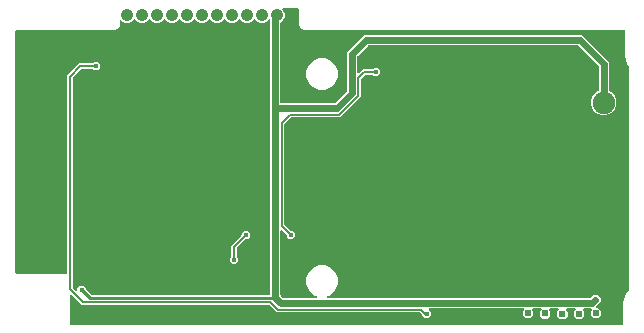
<source format=gbr>
G04 EAGLE Gerber RS-274X export*
G75*
%MOMM*%
%FSLAX34Y34*%
%LPD*%
%INBottom Copper*%
%IPPOS*%
%AMOC8*
5,1,8,0,0,1.08239X$1,22.5*%
G01*
%ADD10C,1.905000*%
%ADD11C,1.050000*%
%ADD12C,0.453200*%
%ADD13C,0.603200*%
%ADD14C,0.609600*%
%ADD15C,0.254000*%
%ADD16C,0.503200*%
%ADD17C,0.203200*%
%ADD18C,0.200000*%

G36*
X521714Y12610D02*
X521714Y12610D01*
X521778Y12609D01*
X521853Y12630D01*
X521929Y12641D01*
X521988Y12667D01*
X522050Y12684D01*
X522116Y12725D01*
X522186Y12757D01*
X522235Y12799D01*
X522290Y12832D01*
X522342Y12890D01*
X522400Y12940D01*
X522436Y12994D01*
X522479Y13042D01*
X522512Y13111D01*
X522555Y13176D01*
X522574Y13238D01*
X522602Y13295D01*
X522613Y13365D01*
X522637Y13446D01*
X522638Y13531D01*
X522649Y13600D01*
X522649Y31476D01*
X525106Y39038D01*
X526808Y41380D01*
X526817Y41396D01*
X526829Y41409D01*
X526883Y41520D01*
X526940Y41630D01*
X526944Y41647D01*
X526952Y41663D01*
X526966Y41752D01*
X526997Y41906D01*
X526995Y41939D01*
X526999Y41968D01*
X526999Y231815D01*
X526997Y231833D01*
X526999Y231851D01*
X526977Y231972D01*
X526959Y232094D01*
X526952Y232111D01*
X526949Y232128D01*
X526908Y232208D01*
X526843Y232351D01*
X526822Y232376D01*
X526808Y232402D01*
X526112Y233362D01*
X523899Y240170D01*
X523899Y261400D01*
X523890Y261464D01*
X523891Y261528D01*
X523870Y261603D01*
X523859Y261679D01*
X523833Y261738D01*
X523816Y261800D01*
X523775Y261866D01*
X523743Y261936D01*
X523701Y261985D01*
X523668Y262040D01*
X523610Y262092D01*
X523560Y262150D01*
X523506Y262186D01*
X523458Y262229D01*
X523389Y262262D01*
X523324Y262305D01*
X523262Y262324D01*
X523205Y262352D01*
X523135Y262363D01*
X523054Y262387D01*
X522969Y262388D01*
X522900Y262399D01*
X255098Y262399D01*
X255036Y262391D01*
X254974Y262392D01*
X254897Y262371D01*
X254819Y262359D01*
X254762Y262334D01*
X254731Y262325D01*
X253695Y262397D01*
X253658Y262394D01*
X253626Y262399D01*
X252580Y262399D01*
X252527Y262430D01*
X252456Y262446D01*
X252375Y262477D01*
X252293Y262483D01*
X252226Y262498D01*
X251949Y262517D01*
X249210Y264271D01*
X247649Y267124D01*
X247649Y279500D01*
X247639Y279570D01*
X247641Y279631D01*
X247627Y279734D01*
X247616Y279774D01*
X247613Y279816D01*
X247582Y279896D01*
X247551Y280006D01*
X247520Y280055D01*
X247502Y280103D01*
X247398Y280282D01*
X247332Y280367D01*
X247272Y280455D01*
X247247Y280475D01*
X247224Y280504D01*
X247104Y280591D01*
X247032Y280648D01*
X246853Y280752D01*
X246814Y280767D01*
X246780Y280790D01*
X246697Y280814D01*
X246591Y280857D01*
X246533Y280863D01*
X246484Y280877D01*
X246380Y280891D01*
X246310Y280890D01*
X246250Y280899D01*
X235035Y280899D01*
X235003Y280895D01*
X234971Y280897D01*
X234864Y280875D01*
X234756Y280859D01*
X234726Y280846D01*
X234695Y280840D01*
X234598Y280788D01*
X234499Y280743D01*
X234474Y280722D01*
X234446Y280707D01*
X234367Y280631D01*
X234284Y280560D01*
X234267Y280533D01*
X234244Y280510D01*
X234190Y280416D01*
X234130Y280324D01*
X234120Y280293D01*
X234105Y280265D01*
X234079Y280159D01*
X234048Y280054D01*
X234047Y280022D01*
X234040Y279991D01*
X234045Y279881D01*
X234044Y279772D01*
X234052Y279741D01*
X234054Y279709D01*
X234090Y279606D01*
X234119Y279500D01*
X234136Y279473D01*
X234147Y279442D01*
X234200Y279369D01*
X234267Y279260D01*
X234303Y279228D01*
X234328Y279193D01*
X234828Y278694D01*
X235821Y276297D01*
X235821Y273703D01*
X234828Y271306D01*
X232994Y269472D01*
X232936Y269448D01*
X232927Y269443D01*
X232918Y269441D01*
X232806Y269371D01*
X232693Y269304D01*
X232686Y269297D01*
X232678Y269292D01*
X232590Y269195D01*
X232500Y269099D01*
X232496Y269090D01*
X232489Y269083D01*
X232432Y268965D01*
X232372Y268847D01*
X232370Y268838D01*
X232366Y268829D01*
X232354Y268753D01*
X232320Y268570D01*
X232322Y268546D01*
X232319Y268525D01*
X232319Y201318D01*
X232328Y201254D01*
X232327Y201190D01*
X232348Y201115D01*
X232359Y201039D01*
X232385Y200980D01*
X232402Y200918D01*
X232443Y200852D01*
X232475Y200782D01*
X232517Y200733D01*
X232550Y200678D01*
X232608Y200626D01*
X232658Y200568D01*
X232712Y200532D01*
X232760Y200489D01*
X232829Y200456D01*
X232894Y200413D01*
X232956Y200394D01*
X233013Y200366D01*
X233083Y200355D01*
X233164Y200331D01*
X233249Y200330D01*
X233318Y200319D01*
X277797Y200319D01*
X277892Y200332D01*
X277988Y200337D01*
X278031Y200352D01*
X278076Y200359D01*
X278164Y200398D01*
X278255Y200430D01*
X278289Y200455D01*
X278333Y200475D01*
X278431Y200558D01*
X278504Y200611D01*
X288389Y210496D01*
X288446Y210573D01*
X288511Y210644D01*
X288531Y210685D01*
X288558Y210722D01*
X288592Y210812D01*
X288634Y210898D01*
X288640Y210940D01*
X288657Y210986D01*
X288667Y211113D01*
X288681Y211203D01*
X288681Y243789D01*
X302961Y258069D01*
X488039Y258069D01*
X510819Y235289D01*
X510819Y211357D01*
X510820Y211347D01*
X510819Y211338D01*
X510840Y211208D01*
X510859Y211078D01*
X510862Y211069D01*
X510864Y211060D01*
X510921Y210941D01*
X510975Y210821D01*
X510981Y210814D01*
X510985Y210805D01*
X511073Y210706D01*
X511158Y210606D01*
X511166Y210601D01*
X511172Y210594D01*
X511238Y210554D01*
X511394Y210452D01*
X511417Y210445D01*
X511436Y210434D01*
X512115Y210152D01*
X515152Y207115D01*
X516796Y203147D01*
X516796Y198853D01*
X515152Y194885D01*
X512115Y191848D01*
X508147Y190204D01*
X503853Y190204D01*
X499885Y191848D01*
X496848Y194885D01*
X495204Y198853D01*
X495204Y203147D01*
X496848Y207115D01*
X499885Y210152D01*
X501564Y210848D01*
X501573Y210853D01*
X501582Y210855D01*
X501694Y210925D01*
X501807Y210992D01*
X501814Y210998D01*
X501822Y211003D01*
X501910Y211102D01*
X502000Y211197D01*
X502004Y211206D01*
X502011Y211213D01*
X502068Y211331D01*
X502128Y211449D01*
X502130Y211458D01*
X502134Y211467D01*
X502146Y211542D01*
X502180Y211726D01*
X502178Y211750D01*
X502181Y211771D01*
X502181Y231297D01*
X502168Y231392D01*
X502163Y231488D01*
X502148Y231531D01*
X502141Y231576D01*
X502102Y231664D01*
X502070Y231755D01*
X502045Y231789D01*
X502025Y231833D01*
X501942Y231931D01*
X501889Y232004D01*
X484754Y249139D01*
X484677Y249196D01*
X484606Y249261D01*
X484565Y249281D01*
X484528Y249308D01*
X484438Y249342D01*
X484352Y249384D01*
X484310Y249390D01*
X484264Y249407D01*
X484137Y249417D01*
X484047Y249431D01*
X306953Y249431D01*
X306858Y249418D01*
X306762Y249413D01*
X306719Y249398D01*
X306674Y249391D01*
X306586Y249352D01*
X306495Y249320D01*
X306461Y249295D01*
X306417Y249275D01*
X306319Y249192D01*
X306246Y249139D01*
X297611Y240504D01*
X297554Y240427D01*
X297489Y240356D01*
X297469Y240315D01*
X297442Y240278D01*
X297408Y240188D01*
X297366Y240102D01*
X297360Y240060D01*
X297343Y240014D01*
X297333Y239887D01*
X297319Y239797D01*
X297319Y226624D01*
X297323Y226592D01*
X297321Y226560D01*
X297343Y226453D01*
X297359Y226345D01*
X297372Y226316D01*
X297378Y226284D01*
X297430Y226188D01*
X297475Y226088D01*
X297496Y226064D01*
X297511Y226035D01*
X297587Y225957D01*
X297658Y225874D01*
X297685Y225856D01*
X297708Y225833D01*
X297803Y225779D01*
X297894Y225720D01*
X297925Y225710D01*
X297953Y225694D01*
X298059Y225669D01*
X298164Y225637D01*
X298196Y225637D01*
X298227Y225629D01*
X298337Y225635D01*
X298446Y225633D01*
X298477Y225642D01*
X298509Y225644D01*
X298612Y225679D01*
X298718Y225709D01*
X298745Y225726D01*
X298776Y225736D01*
X298849Y225789D01*
X298958Y225857D01*
X298990Y225893D01*
X299025Y225918D01*
X302377Y229271D01*
X309855Y229271D01*
X309950Y229284D01*
X310046Y229289D01*
X310089Y229304D01*
X310134Y229311D01*
X310222Y229350D01*
X310313Y229382D01*
X310347Y229407D01*
X310391Y229427D01*
X310489Y229510D01*
X310562Y229563D01*
X311535Y230537D01*
X314465Y230537D01*
X316537Y228465D01*
X316537Y225535D01*
X314465Y223463D01*
X311535Y223463D01*
X310562Y224437D01*
X310485Y224494D01*
X310413Y224559D01*
X310373Y224579D01*
X310336Y224606D01*
X310246Y224640D01*
X310160Y224682D01*
X310118Y224688D01*
X310072Y224705D01*
X309945Y224715D01*
X309855Y224729D01*
X304672Y224729D01*
X304578Y224716D01*
X304481Y224711D01*
X304438Y224696D01*
X304393Y224689D01*
X304306Y224650D01*
X304215Y224618D01*
X304180Y224593D01*
X304136Y224573D01*
X304039Y224490D01*
X303966Y224437D01*
X300881Y221352D01*
X300824Y221275D01*
X300759Y221204D01*
X300739Y221163D01*
X300712Y221127D01*
X300678Y221036D01*
X300636Y220950D01*
X300630Y220908D01*
X300613Y220863D01*
X300603Y220735D01*
X300589Y220646D01*
X300589Y205857D01*
X283143Y188411D01*
X241354Y188411D01*
X241260Y188398D01*
X241163Y188393D01*
X241120Y188378D01*
X241075Y188371D01*
X240988Y188332D01*
X240897Y188300D01*
X240862Y188275D01*
X240818Y188255D01*
X240721Y188172D01*
X240648Y188119D01*
X235881Y183352D01*
X235824Y183275D01*
X235759Y183204D01*
X235739Y183163D01*
X235712Y183127D01*
X235678Y183037D01*
X235636Y182950D01*
X235630Y182908D01*
X235613Y182863D01*
X235603Y182735D01*
X235589Y182646D01*
X235589Y98036D01*
X235602Y97942D01*
X235607Y97845D01*
X235622Y97802D01*
X235629Y97757D01*
X235668Y97670D01*
X235700Y97579D01*
X235725Y97544D01*
X235745Y97500D01*
X235828Y97403D01*
X235881Y97330D01*
X240382Y92829D01*
X240459Y92772D01*
X240530Y92707D01*
X240571Y92687D01*
X240607Y92660D01*
X240698Y92626D01*
X240784Y92584D01*
X240826Y92578D01*
X240871Y92561D01*
X240999Y92551D01*
X241088Y92537D01*
X242465Y92537D01*
X244537Y90465D01*
X244537Y87535D01*
X242465Y85463D01*
X239535Y85463D01*
X237463Y87535D01*
X237463Y88912D01*
X237450Y89006D01*
X237445Y89103D01*
X237430Y89146D01*
X237423Y89191D01*
X237384Y89278D01*
X237352Y89369D01*
X237327Y89403D01*
X237307Y89448D01*
X237224Y89545D01*
X237171Y89618D01*
X234025Y92764D01*
X233999Y92784D01*
X233978Y92808D01*
X233886Y92868D01*
X233799Y92933D01*
X233769Y92945D01*
X233742Y92962D01*
X233637Y92994D01*
X233535Y93033D01*
X233503Y93035D01*
X233472Y93045D01*
X233363Y93046D01*
X233254Y93055D01*
X233222Y93048D01*
X233190Y93049D01*
X233085Y93019D01*
X232978Y92997D01*
X232949Y92982D01*
X232918Y92973D01*
X232825Y92916D01*
X232729Y92865D01*
X232706Y92842D01*
X232678Y92825D01*
X232605Y92744D01*
X232527Y92668D01*
X232511Y92640D01*
X232489Y92616D01*
X232442Y92518D01*
X232388Y92423D01*
X232380Y92391D01*
X232366Y92362D01*
X232352Y92273D01*
X232323Y92148D01*
X232325Y92100D01*
X232319Y92058D01*
X232319Y37953D01*
X232332Y37858D01*
X232337Y37762D01*
X232352Y37719D01*
X232359Y37674D01*
X232398Y37586D01*
X232430Y37495D01*
X232455Y37461D01*
X232475Y37417D01*
X232558Y37319D01*
X232611Y37246D01*
X234246Y35611D01*
X234323Y35554D01*
X234394Y35489D01*
X234435Y35469D01*
X234472Y35442D01*
X234562Y35408D01*
X234648Y35366D01*
X234690Y35360D01*
X234736Y35343D01*
X234863Y35333D01*
X234953Y35319D01*
X262410Y35319D01*
X262496Y35331D01*
X262582Y35334D01*
X262635Y35351D01*
X262689Y35359D01*
X262768Y35394D01*
X262850Y35421D01*
X262896Y35452D01*
X262946Y35475D01*
X263012Y35531D01*
X263083Y35580D01*
X263118Y35622D01*
X263160Y35658D01*
X263208Y35731D01*
X263263Y35798D01*
X263284Y35848D01*
X263314Y35894D01*
X263340Y35977D01*
X263374Y36057D01*
X263381Y36111D01*
X263397Y36164D01*
X263398Y36251D01*
X263409Y36337D01*
X263400Y36391D01*
X263401Y36446D01*
X263377Y36530D01*
X263364Y36615D01*
X263340Y36665D01*
X263325Y36718D01*
X263280Y36792D01*
X263243Y36870D01*
X263206Y36911D01*
X263177Y36958D01*
X263113Y37016D01*
X263055Y37081D01*
X263012Y37107D01*
X262968Y37147D01*
X262866Y37196D01*
X262792Y37241D01*
X259881Y38447D01*
X256097Y42231D01*
X254049Y47174D01*
X254049Y52526D01*
X256097Y57469D01*
X259881Y61253D01*
X264824Y63301D01*
X270176Y63301D01*
X275119Y61253D01*
X278903Y57469D01*
X280951Y52526D01*
X280951Y47174D01*
X278903Y42231D01*
X275119Y38447D01*
X272208Y37241D01*
X272133Y37197D01*
X272054Y37161D01*
X272013Y37126D01*
X271965Y37098D01*
X271906Y37034D01*
X271840Y36978D01*
X271810Y36932D01*
X271772Y36892D01*
X271733Y36815D01*
X271686Y36742D01*
X271669Y36689D01*
X271645Y36640D01*
X271628Y36555D01*
X271603Y36472D01*
X271602Y36417D01*
X271592Y36363D01*
X271601Y36277D01*
X271599Y36190D01*
X271614Y36137D01*
X271619Y36083D01*
X271651Y36002D01*
X271675Y35918D01*
X271703Y35871D01*
X271724Y35821D01*
X271777Y35752D01*
X271823Y35678D01*
X271864Y35641D01*
X271897Y35598D01*
X271968Y35548D01*
X272032Y35489D01*
X272081Y35465D01*
X272126Y35433D01*
X272208Y35404D01*
X272286Y35366D01*
X272336Y35358D01*
X272392Y35339D01*
X272505Y35332D01*
X272590Y35319D01*
X493797Y35319D01*
X493892Y35332D01*
X493988Y35337D01*
X494031Y35352D01*
X494076Y35359D01*
X494164Y35398D01*
X494255Y35430D01*
X494289Y35455D01*
X494333Y35475D01*
X494431Y35558D01*
X494504Y35611D01*
X497211Y38319D01*
X500789Y38319D01*
X503319Y35789D01*
X503319Y32211D01*
X500612Y29504D01*
X500611Y29504D01*
X499600Y28493D01*
X499581Y28467D01*
X499556Y28446D01*
X499496Y28354D01*
X499431Y28267D01*
X499420Y28237D01*
X499402Y28210D01*
X499370Y28105D01*
X499331Y28003D01*
X499329Y27971D01*
X499319Y27940D01*
X499318Y27831D01*
X499310Y27722D01*
X499316Y27690D01*
X499316Y27658D01*
X499345Y27553D01*
X499367Y27446D01*
X499382Y27417D01*
X499391Y27386D01*
X499448Y27293D01*
X499500Y27197D01*
X499522Y27174D01*
X499539Y27146D01*
X499620Y27073D01*
X499696Y26995D01*
X499724Y26979D01*
X499748Y26957D01*
X499846Y26910D01*
X499942Y26856D01*
X499973Y26848D01*
X500002Y26834D01*
X500092Y26820D01*
X500216Y26791D01*
X500265Y26793D01*
X500307Y26787D01*
X501376Y26787D01*
X503887Y24276D01*
X503887Y20724D01*
X501376Y18213D01*
X497824Y18213D01*
X495313Y20724D01*
X495313Y24276D01*
X496013Y24975D01*
X496032Y25001D01*
X496057Y25022D01*
X496117Y25114D01*
X496182Y25201D01*
X496194Y25231D01*
X496211Y25258D01*
X496243Y25363D01*
X496282Y25465D01*
X496284Y25497D01*
X496294Y25528D01*
X496295Y25637D01*
X496304Y25746D01*
X496297Y25778D01*
X496298Y25810D01*
X496268Y25915D01*
X496246Y26022D01*
X496231Y26051D01*
X496222Y26082D01*
X496165Y26175D01*
X496114Y26271D01*
X496091Y26294D01*
X496074Y26322D01*
X495993Y26395D01*
X495917Y26473D01*
X495889Y26489D01*
X495865Y26511D01*
X495767Y26558D01*
X495672Y26612D01*
X495640Y26620D01*
X495611Y26634D01*
X495522Y26648D01*
X495397Y26677D01*
X495349Y26675D01*
X495307Y26681D01*
X489393Y26681D01*
X489362Y26677D01*
X489329Y26679D01*
X489222Y26657D01*
X489114Y26641D01*
X489085Y26628D01*
X489053Y26622D01*
X488957Y26570D01*
X488857Y26525D01*
X488833Y26504D01*
X488804Y26489D01*
X488726Y26413D01*
X488643Y26342D01*
X488625Y26315D01*
X488602Y26292D01*
X488549Y26197D01*
X488489Y26106D01*
X488479Y26075D01*
X488463Y26047D01*
X488438Y25941D01*
X488406Y25836D01*
X488406Y25804D01*
X488398Y25773D01*
X488404Y25663D01*
X488402Y25554D01*
X488411Y25523D01*
X488413Y25491D01*
X488448Y25388D01*
X488478Y25282D01*
X488495Y25255D01*
X488505Y25224D01*
X488558Y25151D01*
X488626Y25042D01*
X488662Y25010D01*
X488687Y24975D01*
X489587Y24076D01*
X489587Y20524D01*
X487076Y18013D01*
X483524Y18013D01*
X481013Y20524D01*
X481013Y24076D01*
X481913Y24975D01*
X481932Y25001D01*
X481957Y25022D01*
X482017Y25114D01*
X482082Y25201D01*
X482094Y25231D01*
X482111Y25258D01*
X482143Y25363D01*
X482182Y25465D01*
X482184Y25497D01*
X482194Y25528D01*
X482195Y25637D01*
X482204Y25746D01*
X482197Y25778D01*
X482198Y25810D01*
X482168Y25915D01*
X482146Y26022D01*
X482131Y26051D01*
X482122Y26082D01*
X482065Y26175D01*
X482014Y26271D01*
X481991Y26294D01*
X481974Y26322D01*
X481893Y26395D01*
X481817Y26473D01*
X481789Y26489D01*
X481765Y26511D01*
X481667Y26558D01*
X481571Y26612D01*
X481540Y26620D01*
X481511Y26634D01*
X481422Y26648D01*
X481297Y26677D01*
X481249Y26675D01*
X481207Y26681D01*
X475193Y26681D01*
X475162Y26677D01*
X475129Y26679D01*
X475022Y26657D01*
X474914Y26641D01*
X474885Y26628D01*
X474853Y26622D01*
X474757Y26570D01*
X474657Y26525D01*
X474633Y26504D01*
X474604Y26489D01*
X474526Y26413D01*
X474443Y26342D01*
X474425Y26315D01*
X474402Y26292D01*
X474349Y26197D01*
X474289Y26106D01*
X474279Y26075D01*
X474263Y26047D01*
X474238Y25941D01*
X474206Y25836D01*
X474206Y25804D01*
X474198Y25773D01*
X474204Y25663D01*
X474202Y25554D01*
X474211Y25523D01*
X474213Y25491D01*
X474248Y25388D01*
X474278Y25282D01*
X474295Y25255D01*
X474305Y25224D01*
X474358Y25151D01*
X474426Y25042D01*
X474462Y25010D01*
X474487Y24975D01*
X475387Y24076D01*
X475387Y20524D01*
X472876Y18013D01*
X469324Y18013D01*
X466813Y20524D01*
X466813Y24076D01*
X467713Y24975D01*
X467732Y25001D01*
X467757Y25022D01*
X467817Y25114D01*
X467882Y25201D01*
X467894Y25231D01*
X467911Y25258D01*
X467943Y25363D01*
X467982Y25465D01*
X467984Y25497D01*
X467994Y25528D01*
X467995Y25637D01*
X468004Y25746D01*
X467997Y25778D01*
X467998Y25810D01*
X467968Y25915D01*
X467946Y26022D01*
X467931Y26051D01*
X467922Y26082D01*
X467865Y26175D01*
X467814Y26271D01*
X467791Y26294D01*
X467774Y26322D01*
X467693Y26395D01*
X467617Y26473D01*
X467589Y26489D01*
X467565Y26511D01*
X467467Y26558D01*
X467371Y26612D01*
X467340Y26620D01*
X467311Y26634D01*
X467222Y26648D01*
X467097Y26677D01*
X467049Y26675D01*
X467007Y26681D01*
X460793Y26681D01*
X460762Y26677D01*
X460729Y26679D01*
X460622Y26657D01*
X460514Y26641D01*
X460485Y26628D01*
X460453Y26622D01*
X460357Y26570D01*
X460257Y26525D01*
X460233Y26504D01*
X460204Y26489D01*
X460126Y26413D01*
X460043Y26342D01*
X460025Y26315D01*
X460002Y26292D01*
X459949Y26197D01*
X459889Y26106D01*
X459879Y26075D01*
X459863Y26047D01*
X459838Y25941D01*
X459806Y25836D01*
X459806Y25804D01*
X459798Y25773D01*
X459804Y25663D01*
X459802Y25554D01*
X459811Y25523D01*
X459813Y25491D01*
X459848Y25388D01*
X459878Y25282D01*
X459895Y25255D01*
X459905Y25224D01*
X459958Y25151D01*
X460026Y25042D01*
X460062Y25010D01*
X460087Y24975D01*
X460887Y24176D01*
X460887Y20624D01*
X458376Y18113D01*
X454824Y18113D01*
X452313Y20624D01*
X452313Y24176D01*
X453113Y24975D01*
X453132Y25001D01*
X453157Y25022D01*
X453217Y25114D01*
X453282Y25201D01*
X453294Y25231D01*
X453311Y25258D01*
X453343Y25363D01*
X453382Y25465D01*
X453384Y25497D01*
X453394Y25528D01*
X453395Y25637D01*
X453404Y25746D01*
X453397Y25778D01*
X453398Y25810D01*
X453368Y25915D01*
X453346Y26022D01*
X453331Y26051D01*
X453322Y26082D01*
X453265Y26175D01*
X453214Y26271D01*
X453191Y26294D01*
X453174Y26322D01*
X453093Y26395D01*
X453017Y26473D01*
X452989Y26489D01*
X452965Y26511D01*
X452867Y26558D01*
X452772Y26612D01*
X452740Y26620D01*
X452711Y26634D01*
X452622Y26648D01*
X452497Y26677D01*
X452449Y26675D01*
X452407Y26681D01*
X446393Y26681D01*
X446362Y26677D01*
X446329Y26679D01*
X446222Y26657D01*
X446114Y26641D01*
X446085Y26628D01*
X446053Y26622D01*
X445957Y26570D01*
X445857Y26525D01*
X445833Y26504D01*
X445804Y26489D01*
X445726Y26413D01*
X445643Y26342D01*
X445625Y26315D01*
X445602Y26292D01*
X445549Y26197D01*
X445489Y26106D01*
X445479Y26075D01*
X445463Y26047D01*
X445438Y25941D01*
X445406Y25836D01*
X445406Y25804D01*
X445398Y25773D01*
X445404Y25663D01*
X445402Y25554D01*
X445411Y25523D01*
X445413Y25491D01*
X445448Y25388D01*
X445478Y25282D01*
X445495Y25255D01*
X445505Y25224D01*
X445558Y25151D01*
X445626Y25042D01*
X445662Y25010D01*
X445687Y24975D01*
X446387Y24276D01*
X446387Y20724D01*
X443876Y18213D01*
X440324Y18213D01*
X437813Y20724D01*
X437813Y24276D01*
X438513Y24975D01*
X438532Y25001D01*
X438557Y25022D01*
X438617Y25114D01*
X438682Y25201D01*
X438694Y25231D01*
X438711Y25258D01*
X438743Y25363D01*
X438782Y25465D01*
X438784Y25497D01*
X438794Y25528D01*
X438795Y25637D01*
X438804Y25746D01*
X438797Y25778D01*
X438798Y25810D01*
X438768Y25915D01*
X438746Y26022D01*
X438731Y26051D01*
X438722Y26082D01*
X438665Y26175D01*
X438614Y26271D01*
X438591Y26294D01*
X438574Y26322D01*
X438493Y26395D01*
X438417Y26473D01*
X438389Y26489D01*
X438365Y26511D01*
X438267Y26558D01*
X438172Y26612D01*
X438140Y26620D01*
X438111Y26634D01*
X438022Y26648D01*
X437897Y26677D01*
X437849Y26675D01*
X437807Y26681D01*
X358733Y26681D01*
X358701Y26677D01*
X358669Y26679D01*
X358562Y26657D01*
X358454Y26641D01*
X358424Y26628D01*
X358393Y26622D01*
X358296Y26570D01*
X358197Y26525D01*
X358172Y26504D01*
X358144Y26489D01*
X358066Y26413D01*
X357982Y26342D01*
X357965Y26315D01*
X357942Y26292D01*
X357888Y26197D01*
X357828Y26106D01*
X357818Y26075D01*
X357803Y26047D01*
X357777Y25941D01*
X357746Y25836D01*
X357745Y25804D01*
X357738Y25773D01*
X357743Y25663D01*
X357742Y25554D01*
X357750Y25523D01*
X357752Y25491D01*
X357788Y25388D01*
X357817Y25282D01*
X357834Y25255D01*
X357845Y25224D01*
X357898Y25151D01*
X357965Y25042D01*
X358001Y25010D01*
X358026Y24975D01*
X359537Y23465D01*
X359537Y20535D01*
X357465Y18463D01*
X354535Y18463D01*
X352463Y20535D01*
X352463Y20889D01*
X352450Y20984D01*
X352445Y21080D01*
X352430Y21123D01*
X352423Y21168D01*
X352384Y21256D01*
X352352Y21346D01*
X352327Y21381D01*
X352307Y21425D01*
X352224Y21522D01*
X352171Y21595D01*
X350679Y23087D01*
X350603Y23144D01*
X350531Y23209D01*
X350490Y23229D01*
X350454Y23256D01*
X350364Y23290D01*
X350277Y23332D01*
X350235Y23338D01*
X350190Y23355D01*
X350062Y23365D01*
X349973Y23379D01*
X229387Y23379D01*
X223151Y29615D01*
X223075Y29672D01*
X223003Y29737D01*
X222962Y29757D01*
X222926Y29784D01*
X222836Y29818D01*
X222749Y29860D01*
X222707Y29866D01*
X222662Y29883D01*
X222534Y29893D01*
X222445Y29907D01*
X63859Y29907D01*
X62227Y31539D01*
X55707Y38059D01*
X55681Y38079D01*
X55660Y38103D01*
X55568Y38163D01*
X55481Y38229D01*
X55451Y38240D01*
X55424Y38258D01*
X55319Y38290D01*
X55217Y38328D01*
X55185Y38331D01*
X55154Y38340D01*
X55045Y38342D01*
X54936Y38350D01*
X54904Y38344D01*
X54872Y38344D01*
X54767Y38315D01*
X54660Y38292D01*
X54631Y38277D01*
X54600Y38269D01*
X54507Y38211D01*
X54411Y38160D01*
X54388Y38138D01*
X54360Y38121D01*
X54287Y38040D01*
X54209Y37963D01*
X54193Y37935D01*
X54171Y37911D01*
X54124Y37813D01*
X54070Y37718D01*
X54062Y37686D01*
X54048Y37658D01*
X54034Y37568D01*
X54005Y37443D01*
X54007Y37395D01*
X54001Y37353D01*
X54001Y13600D01*
X54010Y13536D01*
X54009Y13472D01*
X54030Y13397D01*
X54041Y13321D01*
X54067Y13262D01*
X54084Y13200D01*
X54125Y13134D01*
X54157Y13064D01*
X54199Y13015D01*
X54232Y12960D01*
X54290Y12908D01*
X54340Y12850D01*
X54394Y12814D01*
X54442Y12771D01*
X54511Y12738D01*
X54576Y12695D01*
X54638Y12676D01*
X54695Y12648D01*
X54765Y12637D01*
X54846Y12613D01*
X54931Y12612D01*
X55000Y12601D01*
X521650Y12601D01*
X521714Y12610D01*
G37*
G36*
X222746Y38300D02*
X222746Y38300D01*
X222810Y38299D01*
X222885Y38320D01*
X222961Y38331D01*
X223020Y38357D01*
X223082Y38374D01*
X223148Y38415D01*
X223218Y38447D01*
X223267Y38489D01*
X223322Y38522D01*
X223374Y38580D01*
X223432Y38630D01*
X223468Y38684D01*
X223511Y38732D01*
X223544Y38801D01*
X223587Y38866D01*
X223606Y38928D01*
X223634Y38985D01*
X223645Y39055D01*
X223669Y39136D01*
X223670Y39221D01*
X223681Y39290D01*
X223681Y270447D01*
X223677Y270479D01*
X223679Y270511D01*
X223657Y270618D01*
X223641Y270726D01*
X223628Y270756D01*
X223622Y270787D01*
X223570Y270884D01*
X223525Y270983D01*
X223504Y271008D01*
X223489Y271036D01*
X223413Y271114D01*
X223342Y271198D01*
X223315Y271215D01*
X223292Y271238D01*
X223197Y271292D01*
X223106Y271352D01*
X223075Y271362D01*
X223047Y271377D01*
X222941Y271403D01*
X222836Y271434D01*
X222804Y271435D01*
X222773Y271442D01*
X222663Y271437D01*
X222554Y271438D01*
X222523Y271430D01*
X222491Y271428D01*
X222388Y271392D01*
X222282Y271363D01*
X222255Y271346D01*
X222224Y271335D01*
X222151Y271282D01*
X222042Y271215D01*
X222010Y271179D01*
X221975Y271154D01*
X220294Y269472D01*
X217897Y268479D01*
X215303Y268479D01*
X212906Y269472D01*
X210957Y271422D01*
X210905Y271460D01*
X210860Y271506D01*
X210793Y271545D01*
X210731Y271591D01*
X210671Y271614D01*
X210615Y271645D01*
X210540Y271663D01*
X210467Y271691D01*
X210403Y271695D01*
X210340Y271710D01*
X210263Y271706D01*
X210186Y271712D01*
X210123Y271699D01*
X210059Y271696D01*
X209986Y271671D01*
X209910Y271655D01*
X209853Y271625D01*
X209792Y271603D01*
X209736Y271562D01*
X209661Y271522D01*
X209600Y271463D01*
X209543Y271422D01*
X207594Y269472D01*
X205197Y268479D01*
X202603Y268479D01*
X200206Y269472D01*
X198257Y271422D01*
X198205Y271460D01*
X198160Y271506D01*
X198093Y271545D01*
X198031Y271591D01*
X197971Y271614D01*
X197915Y271645D01*
X197840Y271663D01*
X197767Y271691D01*
X197703Y271695D01*
X197640Y271710D01*
X197563Y271706D01*
X197486Y271712D01*
X197423Y271699D01*
X197359Y271696D01*
X197286Y271671D01*
X197210Y271655D01*
X197153Y271625D01*
X197092Y271603D01*
X197036Y271562D01*
X196961Y271522D01*
X196900Y271463D01*
X196843Y271422D01*
X194894Y269472D01*
X192497Y268479D01*
X189903Y268479D01*
X187506Y269472D01*
X185557Y271422D01*
X185505Y271460D01*
X185460Y271506D01*
X185393Y271545D01*
X185331Y271591D01*
X185271Y271614D01*
X185215Y271645D01*
X185140Y271663D01*
X185067Y271691D01*
X185003Y271695D01*
X184941Y271710D01*
X184863Y271706D01*
X184786Y271712D01*
X184723Y271699D01*
X184659Y271696D01*
X184586Y271670D01*
X184510Y271655D01*
X184453Y271625D01*
X184392Y271603D01*
X184336Y271562D01*
X184261Y271522D01*
X184200Y271463D01*
X184143Y271422D01*
X182194Y269472D01*
X179797Y268479D01*
X177203Y268479D01*
X174806Y269472D01*
X172857Y271422D01*
X172805Y271460D01*
X172760Y271506D01*
X172693Y271545D01*
X172631Y271591D01*
X172571Y271614D01*
X172515Y271645D01*
X172440Y271663D01*
X172367Y271691D01*
X172303Y271695D01*
X172241Y271710D01*
X172163Y271706D01*
X172086Y271712D01*
X172023Y271699D01*
X171959Y271696D01*
X171886Y271670D01*
X171810Y271655D01*
X171753Y271625D01*
X171692Y271603D01*
X171636Y271562D01*
X171561Y271522D01*
X171500Y271463D01*
X171443Y271422D01*
X169494Y269472D01*
X167097Y268479D01*
X164503Y268479D01*
X162106Y269472D01*
X160157Y271422D01*
X160105Y271460D01*
X160060Y271506D01*
X159993Y271545D01*
X159931Y271591D01*
X159871Y271614D01*
X159815Y271645D01*
X159740Y271663D01*
X159667Y271691D01*
X159603Y271695D01*
X159541Y271710D01*
X159463Y271706D01*
X159386Y271712D01*
X159323Y271699D01*
X159259Y271696D01*
X159186Y271670D01*
X159110Y271655D01*
X159053Y271625D01*
X158992Y271603D01*
X158936Y271562D01*
X158861Y271522D01*
X158800Y271463D01*
X158743Y271422D01*
X156794Y269472D01*
X154397Y268479D01*
X151803Y268479D01*
X149406Y269472D01*
X147457Y271422D01*
X147405Y271460D01*
X147360Y271506D01*
X147293Y271545D01*
X147231Y271591D01*
X147171Y271614D01*
X147115Y271645D01*
X147040Y271663D01*
X146967Y271691D01*
X146903Y271695D01*
X146841Y271710D01*
X146763Y271706D01*
X146686Y271712D01*
X146623Y271699D01*
X146559Y271696D01*
X146486Y271670D01*
X146410Y271655D01*
X146353Y271625D01*
X146292Y271603D01*
X146236Y271562D01*
X146161Y271522D01*
X146100Y271463D01*
X146043Y271422D01*
X144094Y269472D01*
X141697Y268479D01*
X139103Y268479D01*
X136706Y269472D01*
X134757Y271422D01*
X134705Y271460D01*
X134660Y271506D01*
X134593Y271545D01*
X134531Y271591D01*
X134471Y271614D01*
X134415Y271645D01*
X134340Y271663D01*
X134267Y271691D01*
X134203Y271695D01*
X134141Y271710D01*
X134063Y271706D01*
X133986Y271712D01*
X133923Y271699D01*
X133859Y271696D01*
X133786Y271670D01*
X133710Y271655D01*
X133653Y271625D01*
X133592Y271603D01*
X133536Y271562D01*
X133461Y271522D01*
X133400Y271463D01*
X133343Y271422D01*
X131394Y269472D01*
X128997Y268479D01*
X126403Y268479D01*
X124006Y269472D01*
X122057Y271422D01*
X122005Y271460D01*
X121960Y271506D01*
X121893Y271545D01*
X121831Y271591D01*
X121771Y271614D01*
X121715Y271645D01*
X121640Y271663D01*
X121567Y271691D01*
X121503Y271695D01*
X121441Y271710D01*
X121363Y271706D01*
X121286Y271712D01*
X121223Y271699D01*
X121159Y271696D01*
X121086Y271670D01*
X121010Y271655D01*
X120953Y271625D01*
X120892Y271603D01*
X120836Y271562D01*
X120761Y271522D01*
X120700Y271463D01*
X120643Y271422D01*
X118694Y269472D01*
X116297Y268479D01*
X113703Y268479D01*
X111306Y269472D01*
X109357Y271422D01*
X109305Y271460D01*
X109260Y271506D01*
X109193Y271545D01*
X109131Y271591D01*
X109071Y271614D01*
X109015Y271645D01*
X108940Y271663D01*
X108867Y271691D01*
X108803Y271695D01*
X108741Y271710D01*
X108663Y271706D01*
X108586Y271712D01*
X108523Y271699D01*
X108459Y271696D01*
X108386Y271670D01*
X108310Y271655D01*
X108253Y271625D01*
X108192Y271603D01*
X108136Y271562D01*
X108061Y271522D01*
X108000Y271463D01*
X107943Y271422D01*
X105994Y269472D01*
X103597Y268479D01*
X101003Y268479D01*
X98606Y269472D01*
X97807Y270272D01*
X97781Y270291D01*
X97760Y270316D01*
X97668Y270376D01*
X97581Y270441D01*
X97551Y270452D01*
X97524Y270470D01*
X97419Y270502D01*
X97317Y270541D01*
X97285Y270543D01*
X97254Y270552D01*
X97145Y270554D01*
X97036Y270562D01*
X97004Y270556D01*
X96972Y270556D01*
X96867Y270527D01*
X96760Y270505D01*
X96731Y270490D01*
X96700Y270481D01*
X96607Y270424D01*
X96511Y270372D01*
X96488Y270350D01*
X96460Y270333D01*
X96387Y270252D01*
X96309Y270176D01*
X96293Y270147D01*
X96271Y270124D01*
X96224Y270025D01*
X96170Y269930D01*
X96162Y269899D01*
X96148Y269870D01*
X96134Y269780D01*
X96105Y269656D01*
X96107Y269607D01*
X96101Y269565D01*
X96101Y266230D01*
X94505Y263642D01*
X93272Y263023D01*
X93268Y263020D01*
X93263Y263018D01*
X93216Y262984D01*
X93041Y262862D01*
X93029Y262847D01*
X93014Y262837D01*
X92577Y262399D01*
X92269Y262399D01*
X92191Y262388D01*
X92113Y262387D01*
X92057Y262369D01*
X91989Y262359D01*
X91897Y262318D01*
X91820Y262293D01*
X91789Y262277D01*
X90430Y262395D01*
X90384Y262393D01*
X90344Y262399D01*
X8850Y262399D01*
X8786Y262390D01*
X8722Y262391D01*
X8647Y262370D01*
X8571Y262359D01*
X8512Y262333D01*
X8450Y262316D01*
X8384Y262275D01*
X8314Y262243D01*
X8265Y262201D01*
X8210Y262168D01*
X8158Y262110D01*
X8100Y262060D01*
X8064Y262006D01*
X8021Y261958D01*
X7988Y261889D01*
X7945Y261824D01*
X7926Y261762D01*
X7898Y261705D01*
X7887Y261635D01*
X7863Y261554D01*
X7862Y261469D01*
X7851Y261400D01*
X7851Y57000D01*
X7860Y56936D01*
X7859Y56872D01*
X7880Y56797D01*
X7891Y56721D01*
X7917Y56662D01*
X7934Y56600D01*
X7975Y56534D01*
X8007Y56464D01*
X8049Y56415D01*
X8082Y56360D01*
X8140Y56308D01*
X8190Y56250D01*
X8244Y56214D01*
X8292Y56171D01*
X8361Y56138D01*
X8426Y56095D01*
X8488Y56076D01*
X8545Y56048D01*
X8615Y56037D01*
X8696Y56013D01*
X8781Y56012D01*
X8850Y56001D01*
X50714Y56001D01*
X50778Y56010D01*
X50842Y56009D01*
X50917Y56030D01*
X50993Y56041D01*
X51052Y56067D01*
X51114Y56084D01*
X51180Y56125D01*
X51250Y56157D01*
X51299Y56199D01*
X51354Y56232D01*
X51406Y56290D01*
X51464Y56340D01*
X51500Y56394D01*
X51543Y56442D01*
X51576Y56511D01*
X51619Y56576D01*
X51638Y56638D01*
X51666Y56695D01*
X51677Y56765D01*
X51701Y56846D01*
X51702Y56931D01*
X51713Y57000D01*
X51713Y223947D01*
X62053Y234287D01*
X72871Y234287D01*
X72966Y234300D01*
X73062Y234305D01*
X73105Y234320D01*
X73150Y234327D01*
X73238Y234366D01*
X73329Y234398D01*
X73363Y234423D01*
X73407Y234443D01*
X73505Y234526D01*
X73578Y234579D01*
X74535Y235537D01*
X77465Y235537D01*
X79537Y233465D01*
X79537Y230535D01*
X77465Y228463D01*
X74535Y228463D01*
X73578Y229421D01*
X73501Y229478D01*
X73429Y229543D01*
X73389Y229563D01*
X73352Y229590D01*
X73262Y229624D01*
X73176Y229666D01*
X73134Y229672D01*
X73088Y229689D01*
X72961Y229699D01*
X72871Y229713D01*
X64361Y229713D01*
X64266Y229700D01*
X64170Y229695D01*
X64127Y229680D01*
X64082Y229673D01*
X63994Y229634D01*
X63904Y229602D01*
X63869Y229577D01*
X63825Y229557D01*
X63728Y229474D01*
X63655Y229421D01*
X56579Y222345D01*
X56522Y222269D01*
X56457Y222197D01*
X56437Y222156D01*
X56410Y222120D01*
X56376Y222030D01*
X56334Y221943D01*
X56328Y221901D01*
X56311Y221856D01*
X56301Y221728D01*
X56287Y221639D01*
X56287Y44361D01*
X56300Y44266D01*
X56305Y44170D01*
X56320Y44127D01*
X56327Y44082D01*
X56366Y43994D01*
X56398Y43904D01*
X56423Y43869D01*
X56443Y43825D01*
X56526Y43728D01*
X56579Y43655D01*
X58757Y41476D01*
X58783Y41457D01*
X58804Y41433D01*
X58896Y41373D01*
X58983Y41307D01*
X59013Y41296D01*
X59040Y41278D01*
X59145Y41246D01*
X59247Y41208D01*
X59279Y41205D01*
X59310Y41196D01*
X59419Y41194D01*
X59528Y41186D01*
X59560Y41192D01*
X59592Y41192D01*
X59697Y41221D01*
X59804Y41243D01*
X59833Y41259D01*
X59864Y41267D01*
X59957Y41325D01*
X60053Y41376D01*
X60076Y41398D01*
X60104Y41415D01*
X60177Y41496D01*
X60255Y41573D01*
X60271Y41601D01*
X60293Y41625D01*
X60340Y41723D01*
X60394Y41818D01*
X60402Y41849D01*
X60416Y41878D01*
X60430Y41968D01*
X60459Y42093D01*
X60457Y42141D01*
X60463Y42183D01*
X60463Y43965D01*
X62535Y46037D01*
X65465Y46037D01*
X67537Y43965D01*
X67537Y42970D01*
X67550Y42875D01*
X67555Y42779D01*
X67570Y42736D01*
X67577Y42691D01*
X67616Y42604D01*
X67648Y42513D01*
X67673Y42478D01*
X67693Y42434D01*
X67776Y42337D01*
X67829Y42264D01*
X71510Y38583D01*
X71586Y38526D01*
X71658Y38461D01*
X71699Y38441D01*
X71735Y38414D01*
X71825Y38380D01*
X71912Y38338D01*
X71954Y38332D01*
X71999Y38315D01*
X72127Y38305D01*
X72216Y38291D01*
X222682Y38291D01*
X222746Y38300D01*
G37*
%LPC*%
G36*
X264824Y211699D02*
X264824Y211699D01*
X259881Y213747D01*
X256097Y217531D01*
X254049Y222474D01*
X254049Y227826D01*
X256097Y232769D01*
X259881Y236553D01*
X264824Y238601D01*
X270176Y238601D01*
X275119Y236553D01*
X278903Y232769D01*
X280951Y227826D01*
X280951Y222474D01*
X278903Y217531D01*
X275119Y213747D01*
X270176Y211699D01*
X264824Y211699D01*
G37*
%LPD*%
%LPC*%
G36*
X191535Y64463D02*
X191535Y64463D01*
X189463Y66535D01*
X189463Y69465D01*
X190437Y70438D01*
X190494Y70515D01*
X190559Y70587D01*
X190579Y70627D01*
X190606Y70664D01*
X190640Y70754D01*
X190682Y70840D01*
X190688Y70882D01*
X190705Y70928D01*
X190715Y71055D01*
X190729Y71145D01*
X190729Y79941D01*
X199171Y88382D01*
X199228Y88459D01*
X199293Y88530D01*
X199313Y88571D01*
X199340Y88607D01*
X199374Y88698D01*
X199416Y88784D01*
X199422Y88826D01*
X199439Y88871D01*
X199449Y88999D01*
X199463Y89088D01*
X199463Y90465D01*
X201535Y92537D01*
X204465Y92537D01*
X206537Y90465D01*
X206537Y87535D01*
X204465Y85463D01*
X203088Y85463D01*
X202994Y85450D01*
X202897Y85445D01*
X202854Y85430D01*
X202809Y85423D01*
X202722Y85384D01*
X202631Y85352D01*
X202596Y85327D01*
X202552Y85307D01*
X202455Y85224D01*
X202382Y85171D01*
X195563Y78352D01*
X195506Y78275D01*
X195441Y78204D01*
X195421Y78163D01*
X195394Y78127D01*
X195360Y78036D01*
X195318Y77950D01*
X195312Y77908D01*
X195295Y77863D01*
X195285Y77735D01*
X195271Y77646D01*
X195271Y71145D01*
X195284Y71050D01*
X195289Y70954D01*
X195304Y70911D01*
X195311Y70866D01*
X195350Y70778D01*
X195382Y70687D01*
X195407Y70653D01*
X195427Y70609D01*
X195510Y70511D01*
X195563Y70438D01*
X196537Y69465D01*
X196537Y66535D01*
X194465Y64463D01*
X191535Y64463D01*
G37*
%LPD*%
D10*
X506000Y201000D03*
X506000Y74000D03*
D11*
X191200Y275000D03*
X203900Y275000D03*
X216600Y275000D03*
X229300Y275000D03*
X242000Y275000D03*
X178500Y275000D03*
X165800Y275000D03*
X153100Y275000D03*
X140400Y275000D03*
X127700Y275000D03*
X115000Y275000D03*
X102300Y275000D03*
D12*
X299000Y113750D03*
X314000Y113750D03*
X331500Y113750D03*
X349000Y113750D03*
X367750Y113750D03*
X382750Y113750D03*
X399000Y113750D03*
X415250Y113750D03*
X436500Y113750D03*
X282750Y115000D03*
X270250Y123750D03*
X265250Y138750D03*
X270250Y155000D03*
X282750Y163750D03*
X299000Y163750D03*
X314000Y163750D03*
X332750Y163750D03*
X349000Y163750D03*
X364000Y163750D03*
X384000Y163750D03*
X399000Y163750D03*
X416500Y163750D03*
X432750Y163750D03*
X449000Y163750D03*
X466500Y162500D03*
X480250Y152500D03*
X484000Y137500D03*
X475250Y120000D03*
X455250Y115000D03*
X282750Y183750D03*
X314000Y183750D03*
X332750Y183750D03*
X347750Y183750D03*
X364000Y183750D03*
X384000Y183750D03*
X399000Y183750D03*
X416500Y183750D03*
X431500Y183750D03*
X449000Y183750D03*
X12750Y63000D03*
X12750Y75750D03*
X12750Y88750D03*
X12750Y105000D03*
X12750Y121250D03*
X12750Y137500D03*
X12750Y153750D03*
X12750Y170000D03*
X12750Y186250D03*
X12750Y201250D03*
X12750Y217500D03*
X12750Y232500D03*
X251250Y40750D03*
X110750Y26750D03*
X61750Y49750D03*
X152750Y70750D03*
X127750Y70750D03*
X299000Y93750D03*
X314000Y93750D03*
X331500Y93750D03*
X349000Y93750D03*
X367750Y93750D03*
X382750Y93750D03*
X399000Y93750D03*
X415250Y93750D03*
X436500Y93750D03*
D13*
X514200Y22600D03*
D12*
X286000Y93750D03*
X270000Y93750D03*
X258000Y106750D03*
X247000Y116750D03*
X218000Y144750D03*
X208000Y155750D03*
X198000Y165750D03*
X185000Y177750D03*
X175000Y186750D03*
X161000Y186750D03*
X145000Y186750D03*
X129000Y186750D03*
X113000Y186750D03*
X78000Y204750D03*
X210000Y186750D03*
X198000Y198750D03*
X181000Y204750D03*
X151000Y204750D03*
X134000Y204750D03*
X115000Y204750D03*
X220000Y176750D03*
X240000Y154750D03*
X252000Y142750D03*
X239000Y124750D03*
X167000Y204750D03*
X99000Y204750D03*
X100000Y186750D03*
X88000Y194750D03*
X266750Y183750D03*
X468000Y183750D03*
X487000Y183750D03*
X501000Y173750D03*
X122000Y248750D03*
X122000Y238750D03*
X147000Y248750D03*
X147000Y238750D03*
X172000Y248750D03*
X197000Y248750D03*
X172000Y239750D03*
X197000Y239750D03*
X220000Y248750D03*
X197000Y230750D03*
X172000Y230750D03*
X147000Y230750D03*
X122000Y230750D03*
X94000Y248750D03*
X94000Y238750D03*
X94000Y230750D03*
X255000Y254750D03*
X269000Y254750D03*
X285000Y254750D03*
X111000Y16750D03*
X126000Y16750D03*
X145000Y16750D03*
X220000Y239750D03*
X125750Y26750D03*
X144750Y26750D03*
X165000Y16750D03*
X183000Y16750D03*
X203000Y16750D03*
X222000Y16750D03*
X241000Y16750D03*
X261000Y16750D03*
X284000Y16750D03*
X308000Y16750D03*
X332000Y16750D03*
X353000Y16750D03*
X373000Y16750D03*
X393000Y16750D03*
X414000Y16750D03*
X432000Y16750D03*
X228000Y35750D03*
D14*
X486250Y253750D02*
X506500Y233500D01*
D12*
X64000Y42500D03*
D15*
X70750Y35750D01*
X228000Y35750D01*
D16*
X499000Y34000D03*
D14*
X486250Y253750D02*
X304750Y253750D01*
X293000Y242000D02*
X293000Y209000D01*
X280000Y196000D01*
X293000Y242000D02*
X304750Y253750D01*
X229300Y275000D02*
X228000Y273700D01*
X228000Y197000D01*
X228000Y35750D01*
X229000Y196000D02*
X280000Y196000D01*
X229000Y196000D02*
X228000Y197000D01*
X228000Y35750D02*
X232750Y31000D01*
X496000Y31000D02*
X499000Y34000D01*
X496000Y31000D02*
X232750Y31000D01*
D13*
X499600Y22500D03*
D14*
X506500Y201500D02*
X506500Y233500D01*
X506500Y201500D02*
X506000Y201000D01*
D13*
X456600Y22400D03*
X442100Y22500D03*
X485300Y22300D03*
X471100Y22300D03*
D12*
X356000Y22000D03*
D17*
X355000Y22000D01*
X351334Y25666D01*
X230334Y25666D02*
X223806Y32194D01*
X64806Y32194D02*
X54000Y43000D01*
X54000Y223000D01*
X63000Y232000D01*
X76000Y232000D01*
X230334Y25666D02*
X351334Y25666D01*
X223806Y32194D02*
X64806Y32194D01*
D12*
X76000Y232000D03*
X313000Y227000D03*
D18*
X303318Y227000D01*
X298318Y222000D01*
X298318Y206797D01*
X240000Y190682D02*
X233318Y184000D01*
X282203Y190682D02*
X298318Y206797D01*
X282203Y190682D02*
X240000Y190682D01*
X233318Y96682D02*
X241000Y89000D01*
X233318Y96682D02*
X233318Y184000D01*
D12*
X241000Y89000D03*
X193000Y68000D03*
D18*
X193000Y79000D01*
X203000Y89000D01*
D12*
X203000Y89000D03*
M02*

</source>
